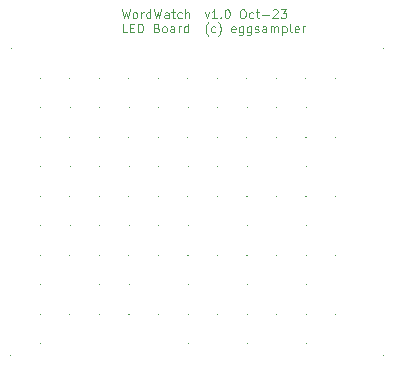
<source format=gbr>
%TF.GenerationSoftware,KiCad,Pcbnew,7.0.7*%
%TF.CreationDate,2023-11-05T15:43:26+10:00*%
%TF.ProjectId,LEDBoard,4c454442-6f61-4726-942e-6b696361645f,rev?*%
%TF.SameCoordinates,Original*%
%TF.FileFunction,Legend,Top*%
%TF.FilePolarity,Positive*%
%FSLAX46Y46*%
G04 Gerber Fmt 4.6, Leading zero omitted, Abs format (unit mm)*
G04 Created by KiCad (PCBNEW 7.0.7) date 2023-11-05 15:43:26*
%MOMM*%
%LPD*%
G01*
G04 APERTURE LIST*
G04 Aperture macros list*
%AMRoundRect*
0 Rectangle with rounded corners*
0 $1 Rounding radius*
0 $2 $3 $4 $5 $6 $7 $8 $9 X,Y pos of 4 corners*
0 Add a 4 corners polygon primitive as box body*
4,1,4,$2,$3,$4,$5,$6,$7,$8,$9,$2,$3,0*
0 Add four circle primitives for the rounded corners*
1,1,$1+$1,$2,$3*
1,1,$1+$1,$4,$5*
1,1,$1+$1,$6,$7*
1,1,$1+$1,$8,$9*
0 Add four rect primitives between the rounded corners*
20,1,$1+$1,$2,$3,$4,$5,0*
20,1,$1+$1,$4,$5,$6,$7,0*
20,1,$1+$1,$6,$7,$8,$9,0*
20,1,$1+$1,$8,$9,$2,$3,0*%
G04 Aperture macros list end*
%ADD10C,0.100000*%
%ADD11RoundRect,0.147500X0.017678X-0.226274X0.226274X-0.017678X-0.017678X0.226274X-0.226274X0.017678X0*%
%ADD12RoundRect,0.147500X0.226274X0.017678X0.017678X0.226274X-0.226274X-0.017678X-0.017678X-0.226274X0*%
%ADD13RoundRect,0.147500X-0.226274X-0.017678X-0.017678X-0.226274X0.226274X0.017678X0.017678X0.226274X0*%
%ADD14RoundRect,0.147500X-0.017678X0.226274X-0.226274X0.017678X0.017678X-0.226274X0.226274X-0.017678X0*%
%ADD15C,0.900000*%
G04 APERTURE END LIST*
D10*
X11172931Y-1195514D02*
X11351503Y-1945514D01*
X11351503Y-1945514D02*
X11494360Y-1409800D01*
X11494360Y-1409800D02*
X11637217Y-1945514D01*
X11637217Y-1945514D02*
X11815789Y-1195514D01*
X12208646Y-1945514D02*
X12137217Y-1909800D01*
X12137217Y-1909800D02*
X12101503Y-1874085D01*
X12101503Y-1874085D02*
X12065789Y-1802657D01*
X12065789Y-1802657D02*
X12065789Y-1588371D01*
X12065789Y-1588371D02*
X12101503Y-1516942D01*
X12101503Y-1516942D02*
X12137217Y-1481228D01*
X12137217Y-1481228D02*
X12208646Y-1445514D01*
X12208646Y-1445514D02*
X12315789Y-1445514D01*
X12315789Y-1445514D02*
X12387217Y-1481228D01*
X12387217Y-1481228D02*
X12422932Y-1516942D01*
X12422932Y-1516942D02*
X12458646Y-1588371D01*
X12458646Y-1588371D02*
X12458646Y-1802657D01*
X12458646Y-1802657D02*
X12422932Y-1874085D01*
X12422932Y-1874085D02*
X12387217Y-1909800D01*
X12387217Y-1909800D02*
X12315789Y-1945514D01*
X12315789Y-1945514D02*
X12208646Y-1945514D01*
X12780074Y-1945514D02*
X12780074Y-1445514D01*
X12780074Y-1588371D02*
X12815788Y-1516942D01*
X12815788Y-1516942D02*
X12851503Y-1481228D01*
X12851503Y-1481228D02*
X12922931Y-1445514D01*
X12922931Y-1445514D02*
X12994360Y-1445514D01*
X13565789Y-1945514D02*
X13565789Y-1195514D01*
X13565789Y-1909800D02*
X13494360Y-1945514D01*
X13494360Y-1945514D02*
X13351503Y-1945514D01*
X13351503Y-1945514D02*
X13280074Y-1909800D01*
X13280074Y-1909800D02*
X13244360Y-1874085D01*
X13244360Y-1874085D02*
X13208646Y-1802657D01*
X13208646Y-1802657D02*
X13208646Y-1588371D01*
X13208646Y-1588371D02*
X13244360Y-1516942D01*
X13244360Y-1516942D02*
X13280074Y-1481228D01*
X13280074Y-1481228D02*
X13351503Y-1445514D01*
X13351503Y-1445514D02*
X13494360Y-1445514D01*
X13494360Y-1445514D02*
X13565789Y-1481228D01*
X13851502Y-1195514D02*
X14030074Y-1945514D01*
X14030074Y-1945514D02*
X14172931Y-1409800D01*
X14172931Y-1409800D02*
X14315788Y-1945514D01*
X14315788Y-1945514D02*
X14494360Y-1195514D01*
X15101503Y-1945514D02*
X15101503Y-1552657D01*
X15101503Y-1552657D02*
X15065788Y-1481228D01*
X15065788Y-1481228D02*
X14994360Y-1445514D01*
X14994360Y-1445514D02*
X14851503Y-1445514D01*
X14851503Y-1445514D02*
X14780074Y-1481228D01*
X15101503Y-1909800D02*
X15030074Y-1945514D01*
X15030074Y-1945514D02*
X14851503Y-1945514D01*
X14851503Y-1945514D02*
X14780074Y-1909800D01*
X14780074Y-1909800D02*
X14744360Y-1838371D01*
X14744360Y-1838371D02*
X14744360Y-1766942D01*
X14744360Y-1766942D02*
X14780074Y-1695514D01*
X14780074Y-1695514D02*
X14851503Y-1659800D01*
X14851503Y-1659800D02*
X15030074Y-1659800D01*
X15030074Y-1659800D02*
X15101503Y-1624085D01*
X15351502Y-1445514D02*
X15637216Y-1445514D01*
X15458645Y-1195514D02*
X15458645Y-1838371D01*
X15458645Y-1838371D02*
X15494359Y-1909800D01*
X15494359Y-1909800D02*
X15565788Y-1945514D01*
X15565788Y-1945514D02*
X15637216Y-1945514D01*
X16208645Y-1909800D02*
X16137216Y-1945514D01*
X16137216Y-1945514D02*
X15994359Y-1945514D01*
X15994359Y-1945514D02*
X15922930Y-1909800D01*
X15922930Y-1909800D02*
X15887216Y-1874085D01*
X15887216Y-1874085D02*
X15851502Y-1802657D01*
X15851502Y-1802657D02*
X15851502Y-1588371D01*
X15851502Y-1588371D02*
X15887216Y-1516942D01*
X15887216Y-1516942D02*
X15922930Y-1481228D01*
X15922930Y-1481228D02*
X15994359Y-1445514D01*
X15994359Y-1445514D02*
X16137216Y-1445514D01*
X16137216Y-1445514D02*
X16208645Y-1481228D01*
X16530073Y-1945514D02*
X16530073Y-1195514D01*
X16851502Y-1945514D02*
X16851502Y-1552657D01*
X16851502Y-1552657D02*
X16815787Y-1481228D01*
X16815787Y-1481228D02*
X16744359Y-1445514D01*
X16744359Y-1445514D02*
X16637216Y-1445514D01*
X16637216Y-1445514D02*
X16565787Y-1481228D01*
X16565787Y-1481228D02*
X16530073Y-1516942D01*
X11601503Y-3153014D02*
X11244360Y-3153014D01*
X11244360Y-3153014D02*
X11244360Y-2403014D01*
X11851503Y-2760157D02*
X12101503Y-2760157D01*
X12208646Y-3153014D02*
X11851503Y-3153014D01*
X11851503Y-3153014D02*
X11851503Y-2403014D01*
X11851503Y-2403014D02*
X12208646Y-2403014D01*
X12530074Y-3153014D02*
X12530074Y-2403014D01*
X12530074Y-2403014D02*
X12708645Y-2403014D01*
X12708645Y-2403014D02*
X12815788Y-2438728D01*
X12815788Y-2438728D02*
X12887217Y-2510157D01*
X12887217Y-2510157D02*
X12922931Y-2581585D01*
X12922931Y-2581585D02*
X12958645Y-2724442D01*
X12958645Y-2724442D02*
X12958645Y-2831585D01*
X12958645Y-2831585D02*
X12922931Y-2974442D01*
X12922931Y-2974442D02*
X12887217Y-3045871D01*
X12887217Y-3045871D02*
X12815788Y-3117300D01*
X12815788Y-3117300D02*
X12708645Y-3153014D01*
X12708645Y-3153014D02*
X12530074Y-3153014D01*
X14101503Y-2760157D02*
X14208646Y-2795871D01*
X14208646Y-2795871D02*
X14244360Y-2831585D01*
X14244360Y-2831585D02*
X14280074Y-2903014D01*
X14280074Y-2903014D02*
X14280074Y-3010157D01*
X14280074Y-3010157D02*
X14244360Y-3081585D01*
X14244360Y-3081585D02*
X14208646Y-3117300D01*
X14208646Y-3117300D02*
X14137217Y-3153014D01*
X14137217Y-3153014D02*
X13851503Y-3153014D01*
X13851503Y-3153014D02*
X13851503Y-2403014D01*
X13851503Y-2403014D02*
X14101503Y-2403014D01*
X14101503Y-2403014D02*
X14172932Y-2438728D01*
X14172932Y-2438728D02*
X14208646Y-2474442D01*
X14208646Y-2474442D02*
X14244360Y-2545871D01*
X14244360Y-2545871D02*
X14244360Y-2617300D01*
X14244360Y-2617300D02*
X14208646Y-2688728D01*
X14208646Y-2688728D02*
X14172932Y-2724442D01*
X14172932Y-2724442D02*
X14101503Y-2760157D01*
X14101503Y-2760157D02*
X13851503Y-2760157D01*
X14708646Y-3153014D02*
X14637217Y-3117300D01*
X14637217Y-3117300D02*
X14601503Y-3081585D01*
X14601503Y-3081585D02*
X14565789Y-3010157D01*
X14565789Y-3010157D02*
X14565789Y-2795871D01*
X14565789Y-2795871D02*
X14601503Y-2724442D01*
X14601503Y-2724442D02*
X14637217Y-2688728D01*
X14637217Y-2688728D02*
X14708646Y-2653014D01*
X14708646Y-2653014D02*
X14815789Y-2653014D01*
X14815789Y-2653014D02*
X14887217Y-2688728D01*
X14887217Y-2688728D02*
X14922932Y-2724442D01*
X14922932Y-2724442D02*
X14958646Y-2795871D01*
X14958646Y-2795871D02*
X14958646Y-3010157D01*
X14958646Y-3010157D02*
X14922932Y-3081585D01*
X14922932Y-3081585D02*
X14887217Y-3117300D01*
X14887217Y-3117300D02*
X14815789Y-3153014D01*
X14815789Y-3153014D02*
X14708646Y-3153014D01*
X15601503Y-3153014D02*
X15601503Y-2760157D01*
X15601503Y-2760157D02*
X15565788Y-2688728D01*
X15565788Y-2688728D02*
X15494360Y-2653014D01*
X15494360Y-2653014D02*
X15351503Y-2653014D01*
X15351503Y-2653014D02*
X15280074Y-2688728D01*
X15601503Y-3117300D02*
X15530074Y-3153014D01*
X15530074Y-3153014D02*
X15351503Y-3153014D01*
X15351503Y-3153014D02*
X15280074Y-3117300D01*
X15280074Y-3117300D02*
X15244360Y-3045871D01*
X15244360Y-3045871D02*
X15244360Y-2974442D01*
X15244360Y-2974442D02*
X15280074Y-2903014D01*
X15280074Y-2903014D02*
X15351503Y-2867300D01*
X15351503Y-2867300D02*
X15530074Y-2867300D01*
X15530074Y-2867300D02*
X15601503Y-2831585D01*
X15958645Y-3153014D02*
X15958645Y-2653014D01*
X15958645Y-2795871D02*
X15994359Y-2724442D01*
X15994359Y-2724442D02*
X16030074Y-2688728D01*
X16030074Y-2688728D02*
X16101502Y-2653014D01*
X16101502Y-2653014D02*
X16172931Y-2653014D01*
X16744360Y-3153014D02*
X16744360Y-2403014D01*
X16744360Y-3117300D02*
X16672931Y-3153014D01*
X16672931Y-3153014D02*
X16530074Y-3153014D01*
X16530074Y-3153014D02*
X16458645Y-3117300D01*
X16458645Y-3117300D02*
X16422931Y-3081585D01*
X16422931Y-3081585D02*
X16387217Y-3010157D01*
X16387217Y-3010157D02*
X16387217Y-2795871D01*
X16387217Y-2795871D02*
X16422931Y-2724442D01*
X16422931Y-2724442D02*
X16458645Y-2688728D01*
X16458645Y-2688728D02*
X16530074Y-2653014D01*
X16530074Y-2653014D02*
X16672931Y-2653014D01*
X16672931Y-2653014D02*
X16744360Y-2688728D01*
X18172931Y-1445514D02*
X18351503Y-1945514D01*
X18351503Y-1945514D02*
X18530074Y-1445514D01*
X19208646Y-1945514D02*
X18780075Y-1945514D01*
X18994360Y-1945514D02*
X18994360Y-1195514D01*
X18994360Y-1195514D02*
X18922932Y-1302657D01*
X18922932Y-1302657D02*
X18851503Y-1374085D01*
X18851503Y-1374085D02*
X18780075Y-1409800D01*
X19530075Y-1874085D02*
X19565789Y-1909800D01*
X19565789Y-1909800D02*
X19530075Y-1945514D01*
X19530075Y-1945514D02*
X19494361Y-1909800D01*
X19494361Y-1909800D02*
X19530075Y-1874085D01*
X19530075Y-1874085D02*
X19530075Y-1945514D01*
X20030075Y-1195514D02*
X20101504Y-1195514D01*
X20101504Y-1195514D02*
X20172932Y-1231228D01*
X20172932Y-1231228D02*
X20208647Y-1266942D01*
X20208647Y-1266942D02*
X20244361Y-1338371D01*
X20244361Y-1338371D02*
X20280075Y-1481228D01*
X20280075Y-1481228D02*
X20280075Y-1659800D01*
X20280075Y-1659800D02*
X20244361Y-1802657D01*
X20244361Y-1802657D02*
X20208647Y-1874085D01*
X20208647Y-1874085D02*
X20172932Y-1909800D01*
X20172932Y-1909800D02*
X20101504Y-1945514D01*
X20101504Y-1945514D02*
X20030075Y-1945514D01*
X20030075Y-1945514D02*
X19958647Y-1909800D01*
X19958647Y-1909800D02*
X19922932Y-1874085D01*
X19922932Y-1874085D02*
X19887218Y-1802657D01*
X19887218Y-1802657D02*
X19851504Y-1659800D01*
X19851504Y-1659800D02*
X19851504Y-1481228D01*
X19851504Y-1481228D02*
X19887218Y-1338371D01*
X19887218Y-1338371D02*
X19922932Y-1266942D01*
X19922932Y-1266942D02*
X19958647Y-1231228D01*
X19958647Y-1231228D02*
X20030075Y-1195514D01*
X21315790Y-1195514D02*
X21458647Y-1195514D01*
X21458647Y-1195514D02*
X21530076Y-1231228D01*
X21530076Y-1231228D02*
X21601504Y-1302657D01*
X21601504Y-1302657D02*
X21637219Y-1445514D01*
X21637219Y-1445514D02*
X21637219Y-1695514D01*
X21637219Y-1695514D02*
X21601504Y-1838371D01*
X21601504Y-1838371D02*
X21530076Y-1909800D01*
X21530076Y-1909800D02*
X21458647Y-1945514D01*
X21458647Y-1945514D02*
X21315790Y-1945514D01*
X21315790Y-1945514D02*
X21244362Y-1909800D01*
X21244362Y-1909800D02*
X21172933Y-1838371D01*
X21172933Y-1838371D02*
X21137219Y-1695514D01*
X21137219Y-1695514D02*
X21137219Y-1445514D01*
X21137219Y-1445514D02*
X21172933Y-1302657D01*
X21172933Y-1302657D02*
X21244362Y-1231228D01*
X21244362Y-1231228D02*
X21315790Y-1195514D01*
X22280076Y-1909800D02*
X22208647Y-1945514D01*
X22208647Y-1945514D02*
X22065790Y-1945514D01*
X22065790Y-1945514D02*
X21994361Y-1909800D01*
X21994361Y-1909800D02*
X21958647Y-1874085D01*
X21958647Y-1874085D02*
X21922933Y-1802657D01*
X21922933Y-1802657D02*
X21922933Y-1588371D01*
X21922933Y-1588371D02*
X21958647Y-1516942D01*
X21958647Y-1516942D02*
X21994361Y-1481228D01*
X21994361Y-1481228D02*
X22065790Y-1445514D01*
X22065790Y-1445514D02*
X22208647Y-1445514D01*
X22208647Y-1445514D02*
X22280076Y-1481228D01*
X22494361Y-1445514D02*
X22780075Y-1445514D01*
X22601504Y-1195514D02*
X22601504Y-1838371D01*
X22601504Y-1838371D02*
X22637218Y-1909800D01*
X22637218Y-1909800D02*
X22708647Y-1945514D01*
X22708647Y-1945514D02*
X22780075Y-1945514D01*
X23030075Y-1659800D02*
X23601504Y-1659800D01*
X23922932Y-1266942D02*
X23958646Y-1231228D01*
X23958646Y-1231228D02*
X24030075Y-1195514D01*
X24030075Y-1195514D02*
X24208646Y-1195514D01*
X24208646Y-1195514D02*
X24280075Y-1231228D01*
X24280075Y-1231228D02*
X24315789Y-1266942D01*
X24315789Y-1266942D02*
X24351503Y-1338371D01*
X24351503Y-1338371D02*
X24351503Y-1409800D01*
X24351503Y-1409800D02*
X24315789Y-1516942D01*
X24315789Y-1516942D02*
X23887217Y-1945514D01*
X23887217Y-1945514D02*
X24351503Y-1945514D01*
X24601503Y-1195514D02*
X25065789Y-1195514D01*
X25065789Y-1195514D02*
X24815789Y-1481228D01*
X24815789Y-1481228D02*
X24922932Y-1481228D01*
X24922932Y-1481228D02*
X24994361Y-1516942D01*
X24994361Y-1516942D02*
X25030075Y-1552657D01*
X25030075Y-1552657D02*
X25065789Y-1624085D01*
X25065789Y-1624085D02*
X25065789Y-1802657D01*
X25065789Y-1802657D02*
X25030075Y-1874085D01*
X25030075Y-1874085D02*
X24994361Y-1909800D01*
X24994361Y-1909800D02*
X24922932Y-1945514D01*
X24922932Y-1945514D02*
X24708646Y-1945514D01*
X24708646Y-1945514D02*
X24637218Y-1909800D01*
X24637218Y-1909800D02*
X24601503Y-1874085D01*
X18458646Y-3438728D02*
X18422931Y-3403014D01*
X18422931Y-3403014D02*
X18351503Y-3295871D01*
X18351503Y-3295871D02*
X18315789Y-3224442D01*
X18315789Y-3224442D02*
X18280074Y-3117300D01*
X18280074Y-3117300D02*
X18244360Y-2938728D01*
X18244360Y-2938728D02*
X18244360Y-2795871D01*
X18244360Y-2795871D02*
X18280074Y-2617300D01*
X18280074Y-2617300D02*
X18315789Y-2510157D01*
X18315789Y-2510157D02*
X18351503Y-2438728D01*
X18351503Y-2438728D02*
X18422931Y-2331585D01*
X18422931Y-2331585D02*
X18458646Y-2295871D01*
X19065789Y-3117300D02*
X18994360Y-3153014D01*
X18994360Y-3153014D02*
X18851503Y-3153014D01*
X18851503Y-3153014D02*
X18780074Y-3117300D01*
X18780074Y-3117300D02*
X18744360Y-3081585D01*
X18744360Y-3081585D02*
X18708646Y-3010157D01*
X18708646Y-3010157D02*
X18708646Y-2795871D01*
X18708646Y-2795871D02*
X18744360Y-2724442D01*
X18744360Y-2724442D02*
X18780074Y-2688728D01*
X18780074Y-2688728D02*
X18851503Y-2653014D01*
X18851503Y-2653014D02*
X18994360Y-2653014D01*
X18994360Y-2653014D02*
X19065789Y-2688728D01*
X19315788Y-3438728D02*
X19351503Y-3403014D01*
X19351503Y-3403014D02*
X19422931Y-3295871D01*
X19422931Y-3295871D02*
X19458646Y-3224442D01*
X19458646Y-3224442D02*
X19494360Y-3117300D01*
X19494360Y-3117300D02*
X19530074Y-2938728D01*
X19530074Y-2938728D02*
X19530074Y-2795871D01*
X19530074Y-2795871D02*
X19494360Y-2617300D01*
X19494360Y-2617300D02*
X19458646Y-2510157D01*
X19458646Y-2510157D02*
X19422931Y-2438728D01*
X19422931Y-2438728D02*
X19351503Y-2331585D01*
X19351503Y-2331585D02*
X19315788Y-2295871D01*
X20744360Y-3117300D02*
X20672932Y-3153014D01*
X20672932Y-3153014D02*
X20530075Y-3153014D01*
X20530075Y-3153014D02*
X20458646Y-3117300D01*
X20458646Y-3117300D02*
X20422932Y-3045871D01*
X20422932Y-3045871D02*
X20422932Y-2760157D01*
X20422932Y-2760157D02*
X20458646Y-2688728D01*
X20458646Y-2688728D02*
X20530075Y-2653014D01*
X20530075Y-2653014D02*
X20672932Y-2653014D01*
X20672932Y-2653014D02*
X20744360Y-2688728D01*
X20744360Y-2688728D02*
X20780075Y-2760157D01*
X20780075Y-2760157D02*
X20780075Y-2831585D01*
X20780075Y-2831585D02*
X20422932Y-2903014D01*
X21422932Y-2653014D02*
X21422932Y-3260157D01*
X21422932Y-3260157D02*
X21387217Y-3331585D01*
X21387217Y-3331585D02*
X21351503Y-3367300D01*
X21351503Y-3367300D02*
X21280074Y-3403014D01*
X21280074Y-3403014D02*
X21172932Y-3403014D01*
X21172932Y-3403014D02*
X21101503Y-3367300D01*
X21422932Y-3117300D02*
X21351503Y-3153014D01*
X21351503Y-3153014D02*
X21208646Y-3153014D01*
X21208646Y-3153014D02*
X21137217Y-3117300D01*
X21137217Y-3117300D02*
X21101503Y-3081585D01*
X21101503Y-3081585D02*
X21065789Y-3010157D01*
X21065789Y-3010157D02*
X21065789Y-2795871D01*
X21065789Y-2795871D02*
X21101503Y-2724442D01*
X21101503Y-2724442D02*
X21137217Y-2688728D01*
X21137217Y-2688728D02*
X21208646Y-2653014D01*
X21208646Y-2653014D02*
X21351503Y-2653014D01*
X21351503Y-2653014D02*
X21422932Y-2688728D01*
X22101503Y-2653014D02*
X22101503Y-3260157D01*
X22101503Y-3260157D02*
X22065788Y-3331585D01*
X22065788Y-3331585D02*
X22030074Y-3367300D01*
X22030074Y-3367300D02*
X21958645Y-3403014D01*
X21958645Y-3403014D02*
X21851503Y-3403014D01*
X21851503Y-3403014D02*
X21780074Y-3367300D01*
X22101503Y-3117300D02*
X22030074Y-3153014D01*
X22030074Y-3153014D02*
X21887217Y-3153014D01*
X21887217Y-3153014D02*
X21815788Y-3117300D01*
X21815788Y-3117300D02*
X21780074Y-3081585D01*
X21780074Y-3081585D02*
X21744360Y-3010157D01*
X21744360Y-3010157D02*
X21744360Y-2795871D01*
X21744360Y-2795871D02*
X21780074Y-2724442D01*
X21780074Y-2724442D02*
X21815788Y-2688728D01*
X21815788Y-2688728D02*
X21887217Y-2653014D01*
X21887217Y-2653014D02*
X22030074Y-2653014D01*
X22030074Y-2653014D02*
X22101503Y-2688728D01*
X22422931Y-3117300D02*
X22494359Y-3153014D01*
X22494359Y-3153014D02*
X22637216Y-3153014D01*
X22637216Y-3153014D02*
X22708645Y-3117300D01*
X22708645Y-3117300D02*
X22744359Y-3045871D01*
X22744359Y-3045871D02*
X22744359Y-3010157D01*
X22744359Y-3010157D02*
X22708645Y-2938728D01*
X22708645Y-2938728D02*
X22637216Y-2903014D01*
X22637216Y-2903014D02*
X22530074Y-2903014D01*
X22530074Y-2903014D02*
X22458645Y-2867300D01*
X22458645Y-2867300D02*
X22422931Y-2795871D01*
X22422931Y-2795871D02*
X22422931Y-2760157D01*
X22422931Y-2760157D02*
X22458645Y-2688728D01*
X22458645Y-2688728D02*
X22530074Y-2653014D01*
X22530074Y-2653014D02*
X22637216Y-2653014D01*
X22637216Y-2653014D02*
X22708645Y-2688728D01*
X23387217Y-3153014D02*
X23387217Y-2760157D01*
X23387217Y-2760157D02*
X23351502Y-2688728D01*
X23351502Y-2688728D02*
X23280074Y-2653014D01*
X23280074Y-2653014D02*
X23137217Y-2653014D01*
X23137217Y-2653014D02*
X23065788Y-2688728D01*
X23387217Y-3117300D02*
X23315788Y-3153014D01*
X23315788Y-3153014D02*
X23137217Y-3153014D01*
X23137217Y-3153014D02*
X23065788Y-3117300D01*
X23065788Y-3117300D02*
X23030074Y-3045871D01*
X23030074Y-3045871D02*
X23030074Y-2974442D01*
X23030074Y-2974442D02*
X23065788Y-2903014D01*
X23065788Y-2903014D02*
X23137217Y-2867300D01*
X23137217Y-2867300D02*
X23315788Y-2867300D01*
X23315788Y-2867300D02*
X23387217Y-2831585D01*
X23744359Y-3153014D02*
X23744359Y-2653014D01*
X23744359Y-2724442D02*
X23780073Y-2688728D01*
X23780073Y-2688728D02*
X23851502Y-2653014D01*
X23851502Y-2653014D02*
X23958645Y-2653014D01*
X23958645Y-2653014D02*
X24030073Y-2688728D01*
X24030073Y-2688728D02*
X24065788Y-2760157D01*
X24065788Y-2760157D02*
X24065788Y-3153014D01*
X24065788Y-2760157D02*
X24101502Y-2688728D01*
X24101502Y-2688728D02*
X24172930Y-2653014D01*
X24172930Y-2653014D02*
X24280073Y-2653014D01*
X24280073Y-2653014D02*
X24351502Y-2688728D01*
X24351502Y-2688728D02*
X24387216Y-2760157D01*
X24387216Y-2760157D02*
X24387216Y-3153014D01*
X24744359Y-2653014D02*
X24744359Y-3403014D01*
X24744359Y-2688728D02*
X24815788Y-2653014D01*
X24815788Y-2653014D02*
X24958645Y-2653014D01*
X24958645Y-2653014D02*
X25030073Y-2688728D01*
X25030073Y-2688728D02*
X25065788Y-2724442D01*
X25065788Y-2724442D02*
X25101502Y-2795871D01*
X25101502Y-2795871D02*
X25101502Y-3010157D01*
X25101502Y-3010157D02*
X25065788Y-3081585D01*
X25065788Y-3081585D02*
X25030073Y-3117300D01*
X25030073Y-3117300D02*
X24958645Y-3153014D01*
X24958645Y-3153014D02*
X24815788Y-3153014D01*
X24815788Y-3153014D02*
X24744359Y-3117300D01*
X25530073Y-3153014D02*
X25458644Y-3117300D01*
X25458644Y-3117300D02*
X25422930Y-3045871D01*
X25422930Y-3045871D02*
X25422930Y-2403014D01*
X26101501Y-3117300D02*
X26030073Y-3153014D01*
X26030073Y-3153014D02*
X25887216Y-3153014D01*
X25887216Y-3153014D02*
X25815787Y-3117300D01*
X25815787Y-3117300D02*
X25780073Y-3045871D01*
X25780073Y-3045871D02*
X25780073Y-2760157D01*
X25780073Y-2760157D02*
X25815787Y-2688728D01*
X25815787Y-2688728D02*
X25887216Y-2653014D01*
X25887216Y-2653014D02*
X26030073Y-2653014D01*
X26030073Y-2653014D02*
X26101501Y-2688728D01*
X26101501Y-2688728D02*
X26137216Y-2760157D01*
X26137216Y-2760157D02*
X26137216Y-2831585D01*
X26137216Y-2831585D02*
X25780073Y-2903014D01*
X26458644Y-3153014D02*
X26458644Y-2653014D01*
X26458644Y-2795871D02*
X26494358Y-2724442D01*
X26494358Y-2724442D02*
X26530073Y-2688728D01*
X26530073Y-2688728D02*
X26601501Y-2653014D01*
X26601501Y-2653014D02*
X26672930Y-2653014D01*
%TO.C,D47*%
X26779254Y-14520746D02*
G75*
G03*
X26779254Y-14520746I-50000J0D01*
G01*
%TO.C,D108*%
X14279254Y-29520746D02*
G75*
G03*
X14279254Y-29520746I-50000J0D01*
G01*
%TO.C,D20*%
X14279254Y-9520746D02*
G75*
G03*
X14279254Y-9520746I-50000J0D01*
G01*
%TO.C,D62*%
X9279254Y-19520746D02*
G75*
G03*
X9279254Y-19520746I-50000J0D01*
G01*
%TO.C,D10*%
X16779254Y-7020746D02*
G75*
G03*
X16779254Y-7020746I-50000J0D01*
G01*
%TO.C,D73*%
X9279254Y-22020746D02*
G75*
G03*
X9279254Y-22020746I-50000J0D01*
G01*
%TO.C,D23*%
X21779254Y-9520746D02*
G75*
G03*
X21779254Y-9520746I-50000J0D01*
G01*
%TO.C,D12*%
X21779254Y-7020746D02*
G75*
G03*
X21779254Y-7020746I-50000J0D01*
G01*
%TO.C,D111*%
X21779254Y-29520746D02*
G75*
G03*
X21779254Y-29520746I-50000J0D01*
G01*
%TO.C,D56*%
X21779254Y-17020746D02*
G75*
G03*
X21779254Y-17020746I-50000J0D01*
G01*
%TO.C,D112*%
X24279254Y-29520746D02*
G75*
G03*
X24279254Y-29520746I-50000J0D01*
G01*
%TO.C,D88*%
X19279254Y-24520746D02*
G75*
G03*
X19279254Y-24520746I-50000J0D01*
G01*
%TO.C,D100*%
X21779254Y-27020746D02*
G75*
G03*
X21779254Y-27020746I-50000J0D01*
G01*
%TO.C,D1*%
X1779254Y-4520746D02*
G75*
G03*
X1779254Y-4520746I-50000J0D01*
G01*
%TO.C,D55*%
X19279254Y-17020746D02*
G75*
G03*
X19279254Y-17020746I-50000J0D01*
G01*
%TO.C,D114*%
X29279254Y-29520746D02*
G75*
G03*
X29279254Y-29520746I-50000J0D01*
G01*
%TO.C,D80*%
X26779254Y-22020746D02*
G75*
G03*
X26779254Y-22020746I-50000J0D01*
G01*
%TO.C,D66*%
X19279254Y-19520746D02*
G75*
G03*
X19279254Y-19520746I-50000J0D01*
G01*
%TO.C,D69*%
X26779254Y-19520746D02*
G75*
G03*
X26779254Y-19520746I-50000J0D01*
G01*
%TO.C,D39*%
X6779254Y-14520746D02*
G75*
G03*
X6779254Y-14520746I-50000J0D01*
G01*
%TO.C,D72*%
X6779254Y-22020746D02*
G75*
G03*
X6779254Y-22020746I-50000J0D01*
G01*
%TO.C,D57*%
X24279254Y-17020746D02*
G75*
G03*
X24279254Y-17020746I-50000J0D01*
G01*
%TO.C,D60*%
X4279254Y-19520746D02*
G75*
G03*
X4279254Y-19520746I-50000J0D01*
G01*
%TO.C,D17*%
X6779254Y-9520746D02*
G75*
G03*
X6779254Y-9520746I-50000J0D01*
G01*
%TO.C,D75*%
X14279254Y-22020746D02*
G75*
G03*
X14279254Y-22020746I-50000J0D01*
G01*
%TO.C,D33*%
X19279254Y-12020746D02*
G75*
G03*
X19279254Y-12020746I-50000J0D01*
G01*
%TO.C,D35*%
X24279254Y-12020746D02*
G75*
G03*
X24279254Y-12020746I-50000J0D01*
G01*
%TO.C,D52*%
X11779254Y-17020746D02*
G75*
G03*
X11779254Y-17020746I-50000J0D01*
G01*
%TO.C,D54*%
X16779254Y-17020746D02*
G75*
G03*
X16779254Y-17020746I-50000J0D01*
G01*
%TO.C,D13*%
X24279254Y-7020746D02*
G75*
G03*
X24279254Y-7020746I-50000J0D01*
G01*
%TO.C,D15*%
X29279254Y-7020746D02*
G75*
G03*
X29279254Y-7020746I-50000J0D01*
G01*
%TO.C,D96*%
X11779254Y-27020746D02*
G75*
G03*
X11779254Y-27020746I-50000J0D01*
G01*
%TO.C,D109*%
X16779254Y-29520746D02*
G75*
G03*
X16779254Y-29520746I-50000J0D01*
G01*
%TO.C,D65*%
X16779254Y-19520746D02*
G75*
G03*
X16779254Y-19520746I-50000J0D01*
G01*
%TO.C,D18*%
X9279254Y-9520746D02*
G75*
G03*
X9279254Y-9520746I-50000J0D01*
G01*
%TO.C,D40*%
X9279254Y-14520746D02*
G75*
G03*
X9279254Y-14520746I-50000J0D01*
G01*
%TO.C,D101*%
X24279254Y-27020746D02*
G75*
G03*
X24279254Y-27020746I-50000J0D01*
G01*
%TO.C,D84*%
X9279254Y-24520746D02*
G75*
G03*
X9279254Y-24520746I-50000J0D01*
G01*
%TO.C,D7*%
X9279254Y-7020746D02*
G75*
G03*
X9279254Y-7020746I-50000J0D01*
G01*
%TO.C,D29*%
X9279254Y-12020746D02*
G75*
G03*
X9279254Y-12020746I-50000J0D01*
G01*
%TO.C,D27*%
X4279254Y-12020746D02*
G75*
G03*
X4279254Y-12020746I-50000J0D01*
G01*
%TO.C,D113*%
X26779254Y-29520746D02*
G75*
G03*
X26779254Y-29520746I-50000J0D01*
G01*
%TO.C,D2*%
X33320746Y-4520746D02*
G75*
G03*
X33320746Y-4520746I-50000J0D01*
G01*
%TO.C,D95*%
X9279254Y-27020746D02*
G75*
G03*
X9279254Y-27020746I-50000J0D01*
G01*
%TO.C,D103*%
X29279254Y-27020746D02*
G75*
G03*
X29279254Y-27020746I-50000J0D01*
G01*
%TO.C,D78*%
X21779254Y-22020746D02*
G75*
G03*
X21779254Y-22020746I-50000J0D01*
G01*
%TO.C,D36*%
X26779254Y-12020746D02*
G75*
G03*
X26779254Y-12020746I-50000J0D01*
G01*
%TO.C,D31*%
X14279254Y-12020746D02*
G75*
G03*
X14279254Y-12020746I-50000J0D01*
G01*
%TO.C,D24*%
X24279254Y-9520746D02*
G75*
G03*
X24279254Y-9520746I-50000J0D01*
G01*
%TO.C,D25*%
X26779254Y-9520746D02*
G75*
G03*
X26779254Y-9520746I-50000J0D01*
G01*
%TO.C,D99*%
X19279254Y-27020746D02*
G75*
G03*
X19279254Y-27020746I-50000J0D01*
G01*
%TO.C,D49*%
X4279254Y-17020746D02*
G75*
G03*
X4279254Y-17020746I-50000J0D01*
G01*
%TO.C,D3*%
X1779254Y-30479254D02*
G75*
G03*
X1779254Y-30479254I-50000J0D01*
G01*
%TO.C,D105*%
X6779254Y-29520746D02*
G75*
G03*
X6779254Y-29520746I-50000J0D01*
G01*
%TO.C,D93*%
X4279254Y-27020746D02*
G75*
G03*
X4279254Y-27020746I-50000J0D01*
G01*
%TO.C,D46*%
X24279254Y-14520746D02*
G75*
G03*
X24279254Y-14520746I-50000J0D01*
G01*
%TO.C,D51*%
X9279254Y-17020746D02*
G75*
G03*
X9279254Y-17020746I-50000J0D01*
G01*
%TO.C,D79*%
X24279254Y-22020746D02*
G75*
G03*
X24279254Y-22020746I-50000J0D01*
G01*
%TO.C,D53*%
X14279254Y-17020746D02*
G75*
G03*
X14279254Y-17020746I-50000J0D01*
G01*
%TO.C,D6*%
X6779254Y-7020746D02*
G75*
G03*
X6779254Y-7020746I-50000J0D01*
G01*
%TO.C,D106*%
X9279254Y-29520746D02*
G75*
G03*
X9279254Y-29520746I-50000J0D01*
G01*
%TO.C,D82*%
X4279254Y-24520746D02*
G75*
G03*
X4279254Y-24520746I-50000J0D01*
G01*
%TO.C,D16*%
X4279254Y-9520746D02*
G75*
G03*
X4279254Y-9520746I-50000J0D01*
G01*
%TO.C,D68*%
X24279254Y-19520746D02*
G75*
G03*
X24279254Y-19520746I-50000J0D01*
G01*
%TO.C,D107*%
X11779254Y-29520746D02*
G75*
G03*
X11779254Y-29520746I-50000J0D01*
G01*
%TO.C,D34*%
X21779254Y-12020746D02*
G75*
G03*
X21779254Y-12020746I-50000J0D01*
G01*
%TO.C,D85*%
X11779254Y-24520746D02*
G75*
G03*
X11779254Y-24520746I-50000J0D01*
G01*
%TO.C,D8*%
X11779254Y-7020746D02*
G75*
G03*
X11779254Y-7020746I-50000J0D01*
G01*
%TO.C,D70*%
X29279254Y-19520746D02*
G75*
G03*
X29279254Y-19520746I-50000J0D01*
G01*
%TO.C,D21*%
X16779254Y-9520746D02*
G75*
G03*
X16779254Y-9520746I-50000J0D01*
G01*
%TO.C,D44*%
X19279254Y-14520746D02*
G75*
G03*
X19279254Y-14520746I-50000J0D01*
G01*
%TO.C,D92*%
X29279254Y-24520746D02*
G75*
G03*
X29279254Y-24520746I-50000J0D01*
G01*
%TO.C,D41*%
X11779254Y-14520746D02*
G75*
G03*
X11779254Y-14520746I-50000J0D01*
G01*
%TO.C,D91*%
X26779254Y-24520746D02*
G75*
G03*
X26779254Y-24520746I-50000J0D01*
G01*
%TO.C,D45*%
X21779254Y-14520746D02*
G75*
G03*
X21779254Y-14520746I-50000J0D01*
G01*
%TO.C,D11*%
X19279254Y-7020746D02*
G75*
G03*
X19279254Y-7020746I-50000J0D01*
G01*
%TO.C,D77*%
X19279254Y-22020746D02*
G75*
G03*
X19279254Y-22020746I-50000J0D01*
G01*
%TO.C,D83*%
X6779254Y-24520746D02*
G75*
G03*
X6779254Y-24520746I-50000J0D01*
G01*
%TO.C,D87*%
X16779254Y-24520746D02*
G75*
G03*
X16779254Y-24520746I-50000J0D01*
G01*
%TO.C,D89*%
X21779254Y-24520746D02*
G75*
G03*
X21779254Y-24520746I-50000J0D01*
G01*
%TO.C,D4*%
X33320746Y-30479254D02*
G75*
G03*
X33320746Y-30479254I-50000J0D01*
G01*
%TO.C,D9*%
X14279254Y-7020746D02*
G75*
G03*
X14279254Y-7020746I-50000J0D01*
G01*
%TO.C,D76*%
X16779254Y-22020746D02*
G75*
G03*
X16779254Y-22020746I-50000J0D01*
G01*
%TO.C,D50*%
X6779254Y-17020746D02*
G75*
G03*
X6779254Y-17020746I-50000J0D01*
G01*
%TO.C,D48*%
X29279254Y-14520746D02*
G75*
G03*
X29279254Y-14520746I-50000J0D01*
G01*
%TO.C,D74*%
X11779254Y-22020746D02*
G75*
G03*
X11779254Y-22020746I-50000J0D01*
G01*
%TO.C,D30*%
X11779254Y-12020746D02*
G75*
G03*
X11779254Y-12020746I-50000J0D01*
G01*
%TO.C,D14*%
X26779254Y-7020746D02*
G75*
G03*
X26779254Y-7020746I-50000J0D01*
G01*
%TO.C,D59*%
X29279254Y-17020746D02*
G75*
G03*
X29279254Y-17020746I-50000J0D01*
G01*
%TO.C,D19*%
X11779254Y-9520746D02*
G75*
G03*
X11779254Y-9520746I-50000J0D01*
G01*
%TO.C,D90*%
X24279254Y-24520746D02*
G75*
G03*
X24279254Y-24520746I-50000J0D01*
G01*
%TO.C,D43*%
X16779254Y-14520746D02*
G75*
G03*
X16779254Y-14520746I-50000J0D01*
G01*
%TO.C,D104*%
X4279254Y-29520746D02*
G75*
G03*
X4279254Y-29520746I-50000J0D01*
G01*
%TO.C,D61*%
X6779254Y-19520746D02*
G75*
G03*
X6779254Y-19520746I-50000J0D01*
G01*
%TO.C,D71*%
X4279254Y-22020746D02*
G75*
G03*
X4279254Y-22020746I-50000J0D01*
G01*
%TO.C,D32*%
X16779254Y-12020746D02*
G75*
G03*
X16779254Y-12020746I-50000J0D01*
G01*
%TO.C,D28*%
X6779254Y-12020746D02*
G75*
G03*
X6779254Y-12020746I-50000J0D01*
G01*
%TO.C,D63*%
X11779254Y-19520746D02*
G75*
G03*
X11779254Y-19520746I-50000J0D01*
G01*
%TO.C,D26*%
X29279254Y-9520746D02*
G75*
G03*
X29279254Y-9520746I-50000J0D01*
G01*
%TO.C,D22*%
X19279254Y-9520746D02*
G75*
G03*
X19279254Y-9520746I-50000J0D01*
G01*
%TO.C,D37*%
X29279254Y-12020746D02*
G75*
G03*
X29279254Y-12020746I-50000J0D01*
G01*
%TO.C,D97*%
X14279254Y-27020746D02*
G75*
G03*
X14279254Y-27020746I-50000J0D01*
G01*
%TO.C,D38*%
X4279254Y-14520746D02*
G75*
G03*
X4279254Y-14520746I-50000J0D01*
G01*
%TO.C,D67*%
X21779254Y-19520746D02*
G75*
G03*
X21779254Y-19520746I-50000J0D01*
G01*
%TO.C,D58*%
X26779254Y-17020746D02*
G75*
G03*
X26779254Y-17020746I-50000J0D01*
G01*
%TO.C,D81*%
X29279254Y-22020746D02*
G75*
G03*
X29279254Y-22020746I-50000J0D01*
G01*
%TO.C,D102*%
X26779254Y-27020746D02*
G75*
G03*
X26779254Y-27020746I-50000J0D01*
G01*
%TO.C,D110*%
X19279254Y-29520746D02*
G75*
G03*
X19279254Y-29520746I-50000J0D01*
G01*
%TO.C,D98*%
X16779254Y-27020746D02*
G75*
G03*
X16779254Y-27020746I-50000J0D01*
G01*
%TO.C,D42*%
X14279254Y-14520746D02*
G75*
G03*
X14279254Y-14520746I-50000J0D01*
G01*
%TO.C,D5*%
X4279254Y-7020746D02*
G75*
G03*
X4279254Y-7020746I-50000J0D01*
G01*
%TO.C,D64*%
X14279254Y-19520746D02*
G75*
G03*
X14279254Y-19520746I-50000J0D01*
G01*
%TO.C,D86*%
X14279254Y-24520746D02*
G75*
G03*
X14279254Y-24520746I-50000J0D01*
G01*
%TO.C,D94*%
X6779254Y-27020746D02*
G75*
G03*
X6779254Y-27020746I-50000J0D01*
G01*
%TD*%
%LPC*%
D11*
%TO.C,D47*%
X27157053Y-14092947D03*
X27842947Y-13407053D03*
%TD*%
%TO.C,D108*%
X14657053Y-29092947D03*
X15342947Y-28407053D03*
%TD*%
%TO.C,D20*%
X14657053Y-9092947D03*
X15342947Y-8407053D03*
%TD*%
%TO.C,D62*%
X9657053Y-19092947D03*
X10342947Y-18407053D03*
%TD*%
%TO.C,D10*%
X17157053Y-6592947D03*
X17842947Y-5907053D03*
%TD*%
%TO.C,D73*%
X9657053Y-21592947D03*
X10342947Y-20907053D03*
%TD*%
%TO.C,D23*%
X22157053Y-9092947D03*
X22842947Y-8407053D03*
%TD*%
%TO.C,D12*%
X22157053Y-6592947D03*
X22842947Y-5907053D03*
%TD*%
%TO.C,D111*%
X22157053Y-29092947D03*
X22842947Y-28407053D03*
%TD*%
%TO.C,D56*%
X22157053Y-16592947D03*
X22842947Y-15907053D03*
%TD*%
%TO.C,D112*%
X24657053Y-29092947D03*
X25342947Y-28407053D03*
%TD*%
%TO.C,D88*%
X19657053Y-24092947D03*
X20342947Y-23407053D03*
%TD*%
%TO.C,D100*%
X22157053Y-26592947D03*
X22842947Y-25907053D03*
%TD*%
%TO.C,D1*%
X2157053Y-4092947D03*
X2842947Y-3407053D03*
%TD*%
%TO.C,D55*%
X19657053Y-16592947D03*
X20342947Y-15907053D03*
%TD*%
%TO.C,D114*%
X29657053Y-29092947D03*
X30342947Y-28407053D03*
%TD*%
%TO.C,D80*%
X27157053Y-21592947D03*
X27842947Y-20907053D03*
%TD*%
%TO.C,D66*%
X19657053Y-19092947D03*
X20342947Y-18407053D03*
%TD*%
%TO.C,D69*%
X27157053Y-19092947D03*
X27842947Y-18407053D03*
%TD*%
%TO.C,D39*%
X7157053Y-14092947D03*
X7842947Y-13407053D03*
%TD*%
%TO.C,D72*%
X7157053Y-21592947D03*
X7842947Y-20907053D03*
%TD*%
%TO.C,D57*%
X24657053Y-16592947D03*
X25342947Y-15907053D03*
%TD*%
%TO.C,D60*%
X4657053Y-19092947D03*
X5342947Y-18407053D03*
%TD*%
%TO.C,D17*%
X7157053Y-9092947D03*
X7842947Y-8407053D03*
%TD*%
%TO.C,D75*%
X14657053Y-21592947D03*
X15342947Y-20907053D03*
%TD*%
%TO.C,D33*%
X19657053Y-11592947D03*
X20342947Y-10907053D03*
%TD*%
%TO.C,D35*%
X24657053Y-11592947D03*
X25342947Y-10907053D03*
%TD*%
%TO.C,D52*%
X12157053Y-16592947D03*
X12842947Y-15907053D03*
%TD*%
%TO.C,D54*%
X17157053Y-16592947D03*
X17842947Y-15907053D03*
%TD*%
%TO.C,D13*%
X24657053Y-6592947D03*
X25342947Y-5907053D03*
%TD*%
%TO.C,D15*%
X29657053Y-6592947D03*
X30342947Y-5907053D03*
%TD*%
%TO.C,D96*%
X12157053Y-26592947D03*
X12842947Y-25907053D03*
%TD*%
%TO.C,D109*%
X17157053Y-29092947D03*
X17842947Y-28407053D03*
%TD*%
%TO.C,D65*%
X17157053Y-19092947D03*
X17842947Y-18407053D03*
%TD*%
%TO.C,D18*%
X9657053Y-9092947D03*
X10342947Y-8407053D03*
%TD*%
%TO.C,D40*%
X9657053Y-14092947D03*
X10342947Y-13407053D03*
%TD*%
%TO.C,D101*%
X24657053Y-26592947D03*
X25342947Y-25907053D03*
%TD*%
%TO.C,D84*%
X9657053Y-24092947D03*
X10342947Y-23407053D03*
%TD*%
%TO.C,D7*%
X9657053Y-6592947D03*
X10342947Y-5907053D03*
%TD*%
%TO.C,D29*%
X9657053Y-11592947D03*
X10342947Y-10907053D03*
%TD*%
%TO.C,D27*%
X4657053Y-11592947D03*
X5342947Y-10907053D03*
%TD*%
%TO.C,D113*%
X27157053Y-29092947D03*
X27842947Y-28407053D03*
%TD*%
D12*
%TO.C,D2*%
X32842947Y-4092947D03*
X32157053Y-3407053D03*
%TD*%
D11*
%TO.C,D95*%
X9657053Y-26592947D03*
X10342947Y-25907053D03*
%TD*%
%TO.C,D103*%
X29657053Y-26592947D03*
X30342947Y-25907053D03*
%TD*%
%TO.C,D78*%
X22157053Y-21592947D03*
X22842947Y-20907053D03*
%TD*%
%TO.C,D36*%
X27157053Y-11592947D03*
X27842947Y-10907053D03*
%TD*%
%TO.C,D31*%
X14657053Y-11592947D03*
X15342947Y-10907053D03*
%TD*%
%TO.C,D24*%
X24657053Y-9092947D03*
X25342947Y-8407053D03*
%TD*%
%TO.C,D25*%
X27157053Y-9092947D03*
X27842947Y-8407053D03*
%TD*%
%TO.C,D99*%
X19657053Y-26592947D03*
X20342947Y-25907053D03*
%TD*%
%TO.C,D49*%
X4657053Y-16592947D03*
X5342947Y-15907053D03*
%TD*%
D13*
%TO.C,D3*%
X2157053Y-30907053D03*
X2842947Y-31592947D03*
%TD*%
D11*
%TO.C,D105*%
X7157053Y-29092947D03*
X7842947Y-28407053D03*
%TD*%
%TO.C,D93*%
X4657053Y-26592947D03*
X5342947Y-25907053D03*
%TD*%
%TO.C,D46*%
X24657053Y-14092947D03*
X25342947Y-13407053D03*
%TD*%
%TO.C,D51*%
X9657053Y-16592947D03*
X10342947Y-15907053D03*
%TD*%
%TO.C,D79*%
X24657053Y-21592947D03*
X25342947Y-20907053D03*
%TD*%
%TO.C,D53*%
X14657053Y-16592947D03*
X15342947Y-15907053D03*
%TD*%
%TO.C,D6*%
X7157053Y-6592947D03*
X7842947Y-5907053D03*
%TD*%
%TO.C,D106*%
X9657053Y-29092947D03*
X10342947Y-28407053D03*
%TD*%
%TO.C,D82*%
X4657053Y-24092947D03*
X5342947Y-23407053D03*
%TD*%
%TO.C,D16*%
X4657053Y-9092947D03*
X5342947Y-8407053D03*
%TD*%
%TO.C,D68*%
X24657053Y-19092947D03*
X25342947Y-18407053D03*
%TD*%
%TO.C,D107*%
X12157053Y-29092947D03*
X12842947Y-28407053D03*
%TD*%
%TO.C,D34*%
X22157053Y-11592947D03*
X22842947Y-10907053D03*
%TD*%
%TO.C,D85*%
X12157053Y-24092947D03*
X12842947Y-23407053D03*
%TD*%
%TO.C,D8*%
X12157053Y-6592947D03*
X12842947Y-5907053D03*
%TD*%
%TO.C,D70*%
X29657053Y-19092947D03*
X30342947Y-18407053D03*
%TD*%
%TO.C,D21*%
X17157053Y-9092947D03*
X17842947Y-8407053D03*
%TD*%
%TO.C,D44*%
X19657053Y-14092947D03*
X20342947Y-13407053D03*
%TD*%
%TO.C,D92*%
X29657053Y-24092947D03*
X30342947Y-23407053D03*
%TD*%
%TO.C,D41*%
X12157053Y-14092947D03*
X12842947Y-13407053D03*
%TD*%
%TO.C,D91*%
X27157053Y-24092947D03*
X27842947Y-23407053D03*
%TD*%
%TO.C,D45*%
X22157053Y-14092947D03*
X22842947Y-13407053D03*
%TD*%
%TO.C,D11*%
X19657053Y-6592947D03*
X20342947Y-5907053D03*
%TD*%
%TO.C,D77*%
X19657053Y-21592947D03*
X20342947Y-20907053D03*
%TD*%
%TO.C,D83*%
X7157053Y-24092947D03*
X7842947Y-23407053D03*
%TD*%
%TO.C,D87*%
X17157053Y-24092947D03*
X17842947Y-23407053D03*
%TD*%
%TO.C,D89*%
X22157053Y-24092947D03*
X22842947Y-23407053D03*
%TD*%
D14*
%TO.C,D4*%
X32842947Y-30907053D03*
X32157053Y-31592947D03*
%TD*%
D11*
%TO.C,D9*%
X14657053Y-6592947D03*
X15342947Y-5907053D03*
%TD*%
%TO.C,D76*%
X17157053Y-21592947D03*
X17842947Y-20907053D03*
%TD*%
%TO.C,D50*%
X7157053Y-16592947D03*
X7842947Y-15907053D03*
%TD*%
%TO.C,D48*%
X29657053Y-14092947D03*
X30342947Y-13407053D03*
%TD*%
%TO.C,D74*%
X12157053Y-21592947D03*
X12842947Y-20907053D03*
%TD*%
%TO.C,D30*%
X12157053Y-11592947D03*
X12842947Y-10907053D03*
%TD*%
%TO.C,D14*%
X27157053Y-6592947D03*
X27842947Y-5907053D03*
%TD*%
%TO.C,D59*%
X29657053Y-16592947D03*
X30342947Y-15907053D03*
%TD*%
%TO.C,D19*%
X12157053Y-9092947D03*
X12842947Y-8407053D03*
%TD*%
%TO.C,D90*%
X24657053Y-24092947D03*
X25342947Y-23407053D03*
%TD*%
%TO.C,D43*%
X17157053Y-14092947D03*
X17842947Y-13407053D03*
%TD*%
%TO.C,D104*%
X4657053Y-29092947D03*
X5342947Y-28407053D03*
%TD*%
%TO.C,D61*%
X7157053Y-19092947D03*
X7842947Y-18407053D03*
%TD*%
%TO.C,D71*%
X4657053Y-21592947D03*
X5342947Y-20907053D03*
%TD*%
%TO.C,D32*%
X17157053Y-11592947D03*
X17842947Y-10907053D03*
%TD*%
%TO.C,D28*%
X7157053Y-11592947D03*
X7842947Y-10907053D03*
%TD*%
%TO.C,D63*%
X12157053Y-19092947D03*
X12842947Y-18407053D03*
%TD*%
%TO.C,D26*%
X29657053Y-9092947D03*
X30342947Y-8407053D03*
%TD*%
%TO.C,D22*%
X19657053Y-9092947D03*
X20342947Y-8407053D03*
%TD*%
%TO.C,D37*%
X29657053Y-11592947D03*
X30342947Y-10907053D03*
%TD*%
%TO.C,D97*%
X14657053Y-26592947D03*
X15342947Y-25907053D03*
%TD*%
%TO.C,D38*%
X4657053Y-14092947D03*
X5342947Y-13407053D03*
%TD*%
%TO.C,D67*%
X22157053Y-19092947D03*
X22842947Y-18407053D03*
%TD*%
%TO.C,D58*%
X27157053Y-16592947D03*
X27842947Y-15907053D03*
%TD*%
%TO.C,D81*%
X29657053Y-21592947D03*
X30342947Y-20907053D03*
%TD*%
%TO.C,D102*%
X27157053Y-26592947D03*
X27842947Y-25907053D03*
%TD*%
%TO.C,D110*%
X19657053Y-29092947D03*
X20342947Y-28407053D03*
%TD*%
%TO.C,D98*%
X17157053Y-26592947D03*
X17842947Y-25907053D03*
%TD*%
%TO.C,D42*%
X14657053Y-14092947D03*
X15342947Y-13407053D03*
%TD*%
%TO.C,D5*%
X4657053Y-6592947D03*
X5342947Y-5907053D03*
%TD*%
%TO.C,D64*%
X14657053Y-19092947D03*
X15342947Y-18407053D03*
%TD*%
%TO.C,D86*%
X14657053Y-24092947D03*
X15342947Y-23407053D03*
%TD*%
%TO.C,D94*%
X7157053Y-26592947D03*
X7842947Y-25907053D03*
%TD*%
D15*
%TO.C,SW1*%
X32750000Y-15375000D03*
X32750000Y-19625000D03*
%TD*%
%LPD*%
M02*

</source>
